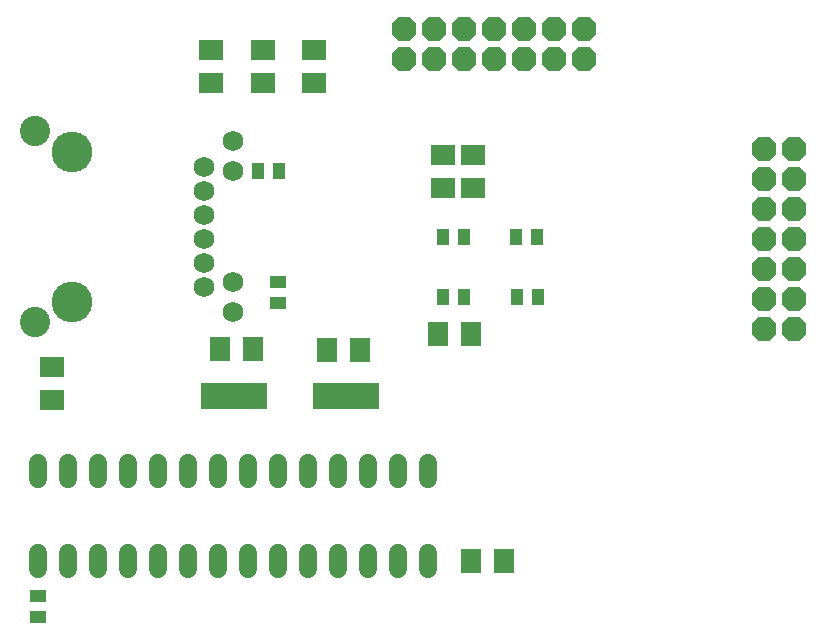
<source format=gts>
G75*
G70*
%OFA0B0*%
%FSLAX24Y24*%
%IPPOS*%
%LPD*%
%AMOC8*
5,1,8,0,0,1.08239X$1,22.5*
%
%ADD10R,0.2245X0.0867*%
%ADD11OC8,0.0820*%
%ADD12C,0.0682*%
%ADD13C,0.1007*%
%ADD14C,0.1360*%
%ADD15R,0.0710X0.0789*%
%ADD16R,0.0395X0.0552*%
%ADD17R,0.0552X0.0395*%
%ADD18R,0.0789X0.0710*%
%ADD19C,0.0600*%
D10*
X010054Y008160D03*
X013794Y008160D03*
D11*
X027724Y010390D03*
X028724Y010390D03*
X028724Y011390D03*
X027724Y011390D03*
X027724Y012390D03*
X028724Y012390D03*
X028724Y013390D03*
X027724Y013390D03*
X027724Y014390D03*
X028724Y014390D03*
X028724Y015390D03*
X027724Y015390D03*
X027724Y016390D03*
X028724Y016390D03*
X021724Y019390D03*
X020724Y019390D03*
X019724Y019390D03*
X018724Y019390D03*
X017724Y019390D03*
X016724Y019390D03*
X015724Y019390D03*
X015724Y020390D03*
X016724Y020390D03*
X017724Y020390D03*
X018724Y020390D03*
X019724Y020390D03*
X020724Y020390D03*
X021724Y020390D03*
D12*
X010024Y016640D03*
X010024Y015640D03*
X009056Y015794D03*
X009056Y014994D03*
X009056Y014195D03*
X009056Y013396D03*
X009056Y012597D03*
X010024Y011951D03*
X009056Y011797D03*
X010024Y010951D03*
D13*
X003407Y010616D03*
X003407Y016967D03*
D14*
X004658Y016294D03*
X004658Y011294D03*
D15*
X009583Y009700D03*
X010686Y009700D03*
X013153Y009690D03*
X014256Y009690D03*
X016833Y010220D03*
X017936Y010220D03*
X017933Y002635D03*
X019036Y002635D03*
D16*
X019470Y011465D03*
X020179Y011465D03*
X017729Y011465D03*
X017020Y011465D03*
X017020Y013440D03*
X017729Y013440D03*
X019445Y013440D03*
X020154Y013440D03*
X011554Y015640D03*
X010845Y015640D03*
D17*
X003524Y000786D03*
X003524Y001494D03*
X011514Y011251D03*
X011514Y011959D03*
D18*
X017024Y015089D03*
X018024Y015089D03*
X018024Y016191D03*
X017024Y016191D03*
X012704Y018589D03*
X012704Y019691D03*
X011024Y019691D03*
X011024Y018589D03*
X009284Y018589D03*
X009284Y019691D03*
X003974Y009116D03*
X003974Y008014D03*
D19*
X003524Y005900D02*
X003524Y005380D01*
X004524Y005380D02*
X004524Y005900D01*
X005524Y005900D02*
X005524Y005380D01*
X006524Y005380D02*
X006524Y005900D01*
X007524Y005900D02*
X007524Y005380D01*
X008524Y005380D02*
X008524Y005900D01*
X009524Y005900D02*
X009524Y005380D01*
X010524Y005380D02*
X010524Y005900D01*
X011524Y005900D02*
X011524Y005380D01*
X012524Y005380D02*
X012524Y005900D01*
X013524Y005900D02*
X013524Y005380D01*
X014524Y005380D02*
X014524Y005900D01*
X015524Y005900D02*
X015524Y005380D01*
X016524Y005380D02*
X016524Y005900D01*
X016524Y002900D02*
X016524Y002380D01*
X015524Y002380D02*
X015524Y002900D01*
X014524Y002900D02*
X014524Y002380D01*
X013524Y002380D02*
X013524Y002900D01*
X012524Y002900D02*
X012524Y002380D01*
X011524Y002380D02*
X011524Y002900D01*
X010524Y002900D02*
X010524Y002380D01*
X009524Y002380D02*
X009524Y002900D01*
X008524Y002900D02*
X008524Y002380D01*
X007524Y002380D02*
X007524Y002900D01*
X006524Y002900D02*
X006524Y002380D01*
X005524Y002380D02*
X005524Y002900D01*
X004524Y002900D02*
X004524Y002380D01*
X003524Y002380D02*
X003524Y002900D01*
M02*

</source>
